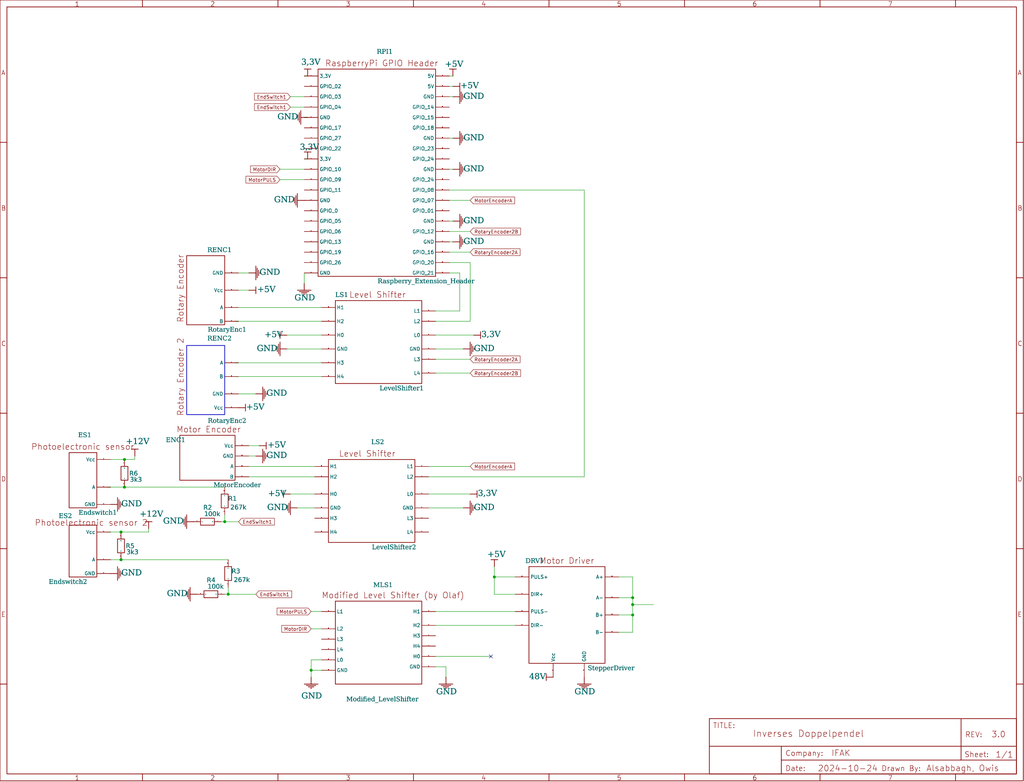
<source format=kicad_sch>
(kicad_sch (version 20231120) (generator "eeschema") (generator_version "8.0")
  (paper "User" 376.174 287.401)
  (lib_symbols
    (symbol "+12V" (power) (pin_numbers hide) (pin_names hide)
      (property "Value" "+12V" (at 0 3.81 0))
      (symbol "+12V_0_0"
        (polyline (pts (xy -1.27 -2.54) (xy 1.27 -2.54)) (stroke (width 0.254)))
        (polyline (pts (xy 0 0) (xy 0 -2.54)) (stroke (width 0.254)))
        (pin power_in line (at 0 0 270) (length 0) (name "+12V") (number "1"))
      )
    )
    (symbol "+5V" (power) (pin_numbers hide) (pin_names hide)
      (property "Value" "+5V" (at 0 3.81 0))
      (symbol "+5V_0_0"
        (polyline (pts (xy -1.27 -2.54) (xy 1.27 -2.54)) (stroke (width 0.254)))
        (polyline (pts (xy 0 0) (xy 0 -2.54)) (stroke (width 0.254)))
        (pin power_in line (at 0 0 270) (length 0) (name "+5V") (number "1"))
      )
    )
    (symbol "3,3V" (power) (pin_numbers hide) (pin_names hide)
      (property "Value" "3,3V" (at 0 3.81 0))
      (symbol "3,3V_0_0"
        (polyline (pts (xy -1.27 -2.54) (xy 1.27 -2.54)) (stroke (width 0.254)))
        (polyline (pts (xy 0 0) (xy 0 -2.54)) (stroke (width 0.254)))
        (pin power_in line (at 0 0 270) (length 0) (name "3,3V") (number "1"))
      )
    )
    (symbol "48V" (power) (pin_numbers hide) (pin_names hide)
      (property "Value" "48V" (at 0 3.81 0))
      (symbol "48V_0_0"
        (polyline (pts (xy -1.27 -2.54) (xy 1.27 -2.54)) (stroke (width 0.254)))
        (polyline (pts (xy 0 0) (xy 0 -2.54)) (stroke (width 0.254)))
        (pin power_in line (at 0 0 270) (length 0) (name "48V") (number "1"))
      )
    )
    (symbol "GND" (power) (pin_numbers hide) (pin_names hide)
      (property "Value" "GND" (at 0 6.35 0))
      (symbol "GND_0_0"
        (polyline (pts (xy -2.54 -2.54) (xy 2.54 -2.54)) (stroke (width 0.254)))
        (polyline (pts (xy -1.778 -3.048) (xy 1.778 -3.048)) (stroke (width 0.254)))
        (polyline (pts (xy -1.016 -3.556) (xy 1.016 -3.556)) (stroke (width 0.254)))
        (polyline (pts (xy -0.254 -4.064) (xy 0.254 -4.064)) (stroke (width 0.254)))
        (polyline (pts (xy 0 0) (xy 0 -2.54)) (stroke (width 0.254)))
        (pin power_in line (at 0 0 270) (length 0) (name "GND") (number "1"))
      )
    )
    (symbol "R_0603_EU"
      (property "Reference" "R1" (at 1.27 1.6891 0))
      (property "Value" "267k" (at 1.778 -1.4351 0))
      (symbol "R_0603_EU_0_0"
        (rectangle (start -1.27 2.54) (end 1.27 -2.54) (stroke (width 0.254)))
        (pin unspecified line (at 0 -5.08 90) (length 2.54) (name "1") (number "1"))
        (pin unspecified line (at 0 5.08 270) (length 2.54) (name "2") (number "2"))
      )
    )
    (symbol "R_0603_EU_1"
      (property "Reference" "R2" (at -1.4986 6.0325 0))
      (property "Value" "100k" (at -1.4986 3.7211 0))
      (symbol "R_0603_EU_1_0_0"
        (rectangle (start -2.54 1.27) (end 2.54 -1.27) (stroke (width 0.254)))
        (pin unspecified line (at -5.08 0 0) (length 2.54) (name "1") (number "1"))
        (pin unspecified line (at 5.08 0 180) (length 2.54) (name "2") (number "2"))
      )
    )
    (symbol "R_0603_EU_2"
      (property "Reference" "R5" (at 1.778 0.7747 0))
      (property "Value" "3k3" (at 1.778 -1.3843 0))
      (symbol "R_0603_EU_2_0_0"
        (rectangle (start -1.27 2.54) (end 1.27 -2.54) (stroke (width 0.254)))
        (pin unspecified line (at 0 -5.08 90) (length 2.54) (name "1") (number "1"))
        (pin unspecified line (at 0 5.08 270) (length 2.54) (name "2") (number "2"))
      )
    )
    (symbol "R_0603_EU_3"
      (property "Reference" "R6" (at 1.778 0.7747 0))
      (property "Value" "3k3" (at 1.778 -1.4097 0))
      (symbol "R_0603_EU_3_0_0"
        (rectangle (start -1.27 2.54) (end 1.27 -2.54) (stroke (width 0.254)))
        (pin unspecified line (at 0 -5.08 90) (length 2.54) (name "1") (number "1"))
        (pin unspecified line (at 0 5.08 270) (length 2.54) (name "2") (number "2"))
      )
    )
    (symbol "R_0603_EU_4"
      (property "Reference" "R3" (at 1.27 1.6891 0))
      (property "Value" "267k" (at 1.778 -1.4351 0))
      (symbol "R_0603_EU_4_0_0"
        (rectangle (start -1.27 2.54) (end 1.27 -2.54) (stroke (width 0.254)))
        (pin unspecified line (at 0 -5.08 90) (length 2.54) (name "1") (number "1"))
        (pin unspecified line (at 0 5.08 270) (length 2.54) (name "2") (number "2"))
      )
    )
    (symbol "R_0603_EU_5"
      (property "Reference" "R4" (at -1.4986 6.0325 0))
      (property "Value" "100k" (at -1.4986 3.7211 0))
      (symbol "R_0603_EU_5_0_0"
        (rectangle (start -2.54 1.27) (end 2.54 -1.27) (stroke (width 0.254)))
        (pin unspecified line (at -5.08 0 0) (length 2.54) (name "1") (number "1"))
        (pin unspecified line (at 5.08 0 180) (length 2.54) (name "2") (number "2"))
      )
    )
    (symbol "Unknown_1085_-590"
      (property "Reference" "LS2" (at 0.508 19.9771 0))
      (property "Value" "LevelShifter2" (at 0.508 -18.6309 0))
      (symbol "Unknown_1085_-590_0_0"
        (rectangle (start -15.24 12.7) (end 16.51 -17.78) (stroke (width 0.254)))
        (text "Level Shifter" (at -11.43 16.1417 0) (effects (font (size 2.1717 2.1717)) (justify left top)))
        (pin unspecified line (at 21.59 10.16 180) (length 5.08) (name "L1") (number "21"))
        (pin unspecified line (at 21.59 6.35 180) (length 5.08) (name "L2") (number "23"))
        (pin unspecified line (at 21.59 0 180) (length 5.08) (name "L0") (number "24"))
        (pin unspecified line (at 21.59 -5.08 180) (length 5.08) (name "GND") (number "25"))
        (pin unspecified line (at 21.59 -8.89 180) (length 5.08) (name "L3") (number "26"))
        (pin unspecified line (at 21.59 -13.97 180) (length 5.08) (name "L4") (number "27"))
        (pin unspecified line (at -20.32 10.16 0) (length 5.08) (name "H1") (number "28"))
        (pin unspecified line (at -20.32 6.35 0) (length 5.08) (name "H2") (number "29"))
        (pin unspecified line (at -20.32 0 0) (length 5.08) (name "H0") (number "30"))
        (pin unspecified line (at -20.32 -5.08 0) (length 5.08) (name "GND") (number "31"))
        (pin unspecified line (at -20.32 -8.89 0) (length 5.08) (name "H3") (number "32"))
        (pin unspecified line (at -20.32 -13.97 0) (length 5.08) (name "H4") (number "33"))
      )
    )
    (symbol "Unknown_1095_-1065"
      (property "Reference" "RPI" (at 0 42.8371 0))
      (property "Value" "Raspberry_Extension_Header" (at 0 -41.4909 0))
      (symbol "Unknown_1095_-1065_0_0"
        (rectangle (start -21.59 35.56) (end 21.59 -40.64) (stroke (width 0.254)))
        (text "RaspberryPi GPIO Header" (at -19.05 39.0017 0) (effects (font (size 2.1717 2.1717)) (justify left top)))
        (pin unspecified line (at -26.67 33.02 0) (length 5.08) (name "3,3V") (number "1"))
        (pin unspecified line (at -26.67 -1.27 0) (length 5.08) (name "GPIO_10") (number "10"))
        (pin unspecified line (at -26.67 -5.08 0) (length 5.08) (name "GPIO_09") (number "11"))
        (pin unspecified line (at -26.67 -8.89 0) (length 5.08) (name "GPIO_11") (number "12"))
        (pin unspecified line (at -26.67 -12.7 0) (length 5.08) (name "GND") (number "13"))
        (pin unspecified line (at -26.67 -16.51 0) (length 5.08) (name "GPIO_0") (number "14"))
        (pin unspecified line (at -26.67 -20.32 0) (length 5.08) (name "GPIO_05") (number "15"))
        (pin unspecified line (at -26.67 -24.13 0) (length 5.08) (name "GPIO_06") (number "16"))
        (pin unspecified line (at -26.67 -27.94 0) (length 5.08) (name "GPIO_13") (number "17"))
        (pin unspecified line (at -26.67 -31.75 0) (length 5.08) (name "GPIO_19") (number "18"))
        (pin unspecified line (at -26.67 -35.56 0) (length 5.08) (name "GPIO_26") (number "19"))
        (pin unspecified line (at -26.67 29.21 0) (length 5.08) (name "GPIO_02") (number "2"))
        (pin unspecified line (at -26.67 -39.37 0) (length 5.08) (name "GND") (number "20"))
        (pin unspecified line (at 26.67 29.21 180) (length 5.08) (name "5V") (number "23"))
        (pin unspecified line (at 26.67 33.02 180) (length 5.08) (name "5V") (number "23"))
        (pin unspecified line (at 26.67 -1.27 180) (length 5.08) (name "GND") (number "23"))
        (pin unspecified line (at 26.67 25.4 180) (length 5.08) (name "GND") (number "23"))
        (pin unspecified line (at 26.67 21.59 180) (length 5.08) (name "GPIO_14") (number "24"))
        (pin unspecified line (at 26.67 17.78 180) (length 5.08) (name "GPIO_15") (number "25"))
        (pin unspecified line (at 26.67 13.97 180) (length 5.08) (name "GPIO_18") (number "26"))
        (pin unspecified line (at 26.67 10.16 180) (length 5.08) (name "GND") (number "27"))
        (pin unspecified line (at 26.67 6.35 180) (length 5.08) (name "GPIO_23") (number "28"))
        (pin unspecified line (at 26.67 -12.7 180) (length 5.08) (name "GPIO_07") (number "29"))
        (pin unspecified line (at 26.67 -8.89 180) (length 5.08) (name "GPIO_08") (number "29"))
        (pin unspecified line (at 26.67 -5.08 180) (length 5.08) (name "GPIO_24") (number "29"))
        (pin unspecified line (at 26.67 2.54 180) (length 5.08) (name "GPIO_24") (number "29"))
        (pin unspecified line (at -26.67 25.4 0) (length 5.08) (name "GPIO_03") (number "3"))
        (pin unspecified line (at 26.67 -16.51 180) (length 5.08) (name "GPIO_01") (number "34"))
        (pin unspecified line (at 26.67 -20.32 180) (length 5.08) (name "GND") (number "35"))
        (pin unspecified line (at 26.67 -24.13 180) (length 5.08) (name "GPIO_12") (number "36"))
        (pin unspecified line (at 26.67 -27.94 180) (length 5.08) (name "GND") (number "37"))
        (pin unspecified line (at 26.67 -31.75 180) (length 5.08) (name "GPIO_16") (number "38"))
        (pin unspecified line (at 26.67 -35.56 180) (length 5.08) (name "GPIO_20") (number "39"))
        (pin unspecified line (at -26.67 21.59 0) (length 5.08) (name "GPIO_04") (number "4"))
        (pin unspecified line (at 26.67 -39.37 180) (length 5.08) (name "GPIO_21") (number "40"))
        (pin unspecified line (at -26.67 17.78 0) (length 5.08) (name "GND") (number "5"))
        (pin unspecified line (at -26.67 13.97 0) (length 5.08) (name "GPIO_17") (number "6"))
        (pin unspecified line (at -26.67 10.16 0) (length 5.08) (name "GPIO_27") (number "7"))
        (pin unspecified line (at -26.67 6.35 0) (length 5.08) (name "GPIO_22") (number "8"))
        (pin unspecified line (at -26.67 2.54 0) (length 5.08) (name "3,3V") (number "9"))
      )
    )
    (symbol "Unknown_1100_-820"
      (property "Reference" "LS1" (at -16.51 15.6591 0))
      (property "Value" "LevelShifter1" (at -0.508 -18.6309 0))
      (symbol "Unknown_1100_-820_0_0"
        (rectangle (start -16.51 12.7) (end 15.24 -17.78) (stroke (width 0.254)))
        (text "Level Shifter" (at -11.43 16.1417 0) (effects (font (size 2.1717 2.1717)) (justify left top)))
        (pin unspecified line (at 20.32 0 180) (length 5.08) (name "L0") (number "24"))
        (pin unspecified line (at 20.32 -5.08 180) (length 5.08) (name "GND") (number "25"))
        (pin unspecified line (at 20.32 8.89 180) (length 5.08) (name "L1") (number "26"))
        (pin unspecified line (at 20.32 5.08 180) (length 5.08) (name "L2") (number "26"))
        (pin unspecified line (at 20.32 -8.89 180) (length 5.08) (name "L3") (number "26"))
        (pin unspecified line (at 20.32 -13.97 180) (length 5.08) (name "L4") (number "27"))
        (pin unspecified line (at -21.59 10.16 0) (length 5.08) (name "H1") (number "28"))
        (pin unspecified line (at -21.59 5.08 0) (length 5.08) (name "H2") (number "29"))
        (pin unspecified line (at -21.59 0 0) (length 5.08) (name "H0") (number "30"))
        (pin unspecified line (at -21.59 -5.08 0) (length 5.08) (name "GND") (number "31"))
        (pin unspecified line (at -21.59 -10.16 0) (length 5.08) (name "H3") (number "32"))
        (pin unspecified line (at -21.59 -15.24 0) (length 5.08) (name "H4") (number "33"))
      )
    )
    (symbol "Unknown_1110_-385"
      (property "Reference" "MLS" (at -5.08 19.4691 0))
      (property "Value" "Modified_LevelShifter" (at -15.24 -22.4409 0))
      (symbol "Unknown_1110_-385_0_0"
        (rectangle (start -19.05 12.7) (end 12.7 -17.78) (stroke (width 0.254)))
        (text "Modified Level Shifter (by Olaf)" (at -24.13 16.1417 0) (effects (font (size 2.1717 2.1717)) (justify left top)))
        (pin unspecified line (at 17.78 -7.62 180) (length 5.08) (name "H0") (number "24"))
        (pin unspecified line (at 17.78 -11.43 180) (length 5.08) (name "GND") (number "35"))
        (pin unspecified line (at 17.78 8.89 180) (length 5.08) (name "H1") (number "42"))
        (pin unspecified line (at 17.78 3.81 180) (length 5.08) (name "H2") (number "43"))
        (pin unspecified line (at 17.78 0 180) (length 5.08) (name "H3") (number "44"))
        (pin unspecified line (at 17.78 -3.81 180) (length 5.08) (name "H4") (number "45"))
        (pin unspecified line (at -24.13 8.89 0) (length 5.08) (name "L1") (number "51"))
        (pin unspecified line (at -24.13 2.54 0) (length 5.08) (name "L2") (number "52"))
        (pin unspecified line (at -24.13 -1.27 0) (length 5.08) (name "L3") (number "53"))
        (pin unspecified line (at -24.13 -8.89 0) (length 5.08) (name "L0") (number "54"))
        (pin unspecified line (at -24.13 -5.08 0) (length 5.08) (name "L4") (number "54"))
        (pin unspecified line (at -24.13 -12.7 0) (length 5.08) (name "GND") (number "55"))
      )
    )
    (symbol "Unknown_1370_-415"
      (property "Reference" "DRV" (at -15.24 20.7391 0))
      (property "Value" "StepperDriver" (at 7.62 -18.6309 0))
      (symbol "Unknown_1370_-415_0_0"
        (rectangle (start -13.97 17.78) (end 13.97 -17.78) (stroke (width 0.254)))
        (text "Motor Driver" (at -10.16 21.2217 0) (effects (font (size 2.1717 2.1717)) (justify left top)))
        (pin unspecified line (at -19.05 13.97 0) (length 5.08) (name "PULS+") (number "46"))
        (pin unspecified line (at -19.05 1.27 0) (length 5.08) (name "PULS-") (number "46"))
        (pin unspecified line (at -19.05 7.62 0) (length 5.08) (name "DIR+") (number "47"))
        (pin unspecified line (at -19.05 -3.81 0) (length 5.08) (name "DIR-") (number "47"))
        (pin unspecified line (at 19.05 13.97 180) (length 5.08) (name "A+") (number "58"))
        (pin unspecified line (at 19.05 6.35 180) (length 5.08) (name "A-") (number "59"))
        (pin unspecified line (at 19.05 0 180) (length 5.08) (name "B+") (number "60"))
        (pin unspecified line (at 19.05 -6.35 180) (length 5.08) (name "B-") (number "61"))
        (pin unspecified line (at -5.08 -22.86 90) (length 5.08) (name "Vcc") (number "62"))
        (pin unspecified line (at 6.35 -22.86 90) (length 5.08) (name "GND") (number "63"))
      )
    )
    (symbol "Unknown_550_-1305"
      (symbol "Unknown_550_-1305_0_0"
        (polyline (pts (xy 2.54 -251.46) (xy 0 -251.46)) (stroke (width 0.254)))
        (polyline (pts (xy 2.54 -201.676) (xy 0 -201.676)) (stroke (width 0.254)))
        (polyline (pts (xy 2.54 -151.892) (xy 0 -151.892)) (stroke (width 0.254)))
        (polyline (pts (xy 2.54 -102.108) (xy 0 -102.108)) (stroke (width 0.254)))
        (polyline (pts (xy 2.54 -52.324) (xy 0 -52.324)) (stroke (width 0.254)))
        (polyline (pts (xy 52.324 -284.48) (xy 52.324 -287.02)) (stroke (width 0.254)))
        (polyline (pts (xy 52.324 -2.54) (xy 52.324 0)) (stroke (width 0.254)))
        (polyline (pts (xy 102.108 -284.48) (xy 102.108 -287.02)) (stroke (width 0.254)))
        (polyline (pts (xy 102.108 -2.54) (xy 102.108 0)) (stroke (width 0.254)))
        (polyline (pts (xy 151.892 -284.48) (xy 151.892 -287.02)) (stroke (width 0.254)))
        (polyline (pts (xy 151.892 -2.54) (xy 151.892 0)) (stroke (width 0.254)))
        (polyline (pts (xy 201.676 -284.48) (xy 201.676 -287.02)) (stroke (width 0.254)))
        (polyline (pts (xy 201.676 -2.54) (xy 201.676 0)) (stroke (width 0.254)))
        (polyline (pts (xy 251.46 -284.48) (xy 251.46 -287.02)) (stroke (width 0.254)))
        (polyline (pts (xy 251.46 -2.54) (xy 251.46 0)) (stroke (width 0.254)))
        (polyline (pts (xy 260.604 -274.32) (xy 373.126 -274.32)) (stroke (width 0.254)))
        (polyline (pts (xy 287.02 -279.4) (xy 373.126 -279.4)) (stroke (width 0.254)))
        (polyline (pts (xy 287.02 -274.32) (xy 287.02 -284.48)) (stroke (width 0.254)))
        (polyline (pts (xy 301.244 -284.48) (xy 301.244 -287.02)) (stroke (width 0.254)))
        (polyline (pts (xy 301.244 -2.54) (xy 301.244 0)) (stroke (width 0.254)))
        (polyline (pts (xy 351.028 -284.48) (xy 351.028 -287.02)) (stroke (width 0.254)))
        (polyline (pts (xy 351.028 -2.54) (xy 351.028 0)) (stroke (width 0.254)))
        (polyline (pts (xy 353.06 -274.32) (xy 353.06 -279.4)) (stroke (width 0.254)))
        (polyline (pts (xy 353.06 -264.414) (xy 353.06 -274.32)) (stroke (width 0.254)))
        (polyline (pts (xy 373.38 -251.46) (xy 375.92 -251.46)) (stroke (width 0.254)))
        (polyline (pts (xy 373.38 -201.676) (xy 375.92 -201.676)) (stroke (width 0.254)))
        (polyline (pts (xy 373.38 -151.892) (xy 375.92 -151.892)) (stroke (width 0.254)))
        (polyline (pts (xy 373.38 -102.108) (xy 375.92 -102.108)) (stroke (width 0.254)))
        (polyline (pts (xy 373.38 -52.324) (xy 375.92 -52.324)) (stroke (width 0.254)))
        (rectangle (start 0 0) (end 375.92 -287.02) (stroke (width 0.254)))
        (rectangle (start 2.54 -2.54) (end 373.38 -284.48) (stroke (width 0.254)))
        (rectangle (start 260.5786 -264.16) (end 373.3546 -284.48) (stroke (width 0.254)))
        (text "1" (at 27.432 -284.9499 0) (effects (font (size 1.6891 1.6891)) (justify left top)))
        (text "1" (at 27.432 -0.4699 0) (effects (font (size 1.6891 1.6891)) (justify left top)))
        (text "1/1" (at 365.6584 -276.0599 0) (effects (font (size 2.1717 2.1717)) (justify left top)))
        (text "2" (at 77.216 -284.9499 0) (effects (font (size 1.6891 1.6891)) (justify left top)))
        (text "2" (at 77.216 -0.4699 0) (effects (font (size 1.6891 1.6891)) (justify left top)))
        (text "2024-10-24" (at 300.3804 -281.1399 0) (effects (font (size 2.1717 2.1717)) (justify left top)))
        (text "3" (at 127 -284.9499 0) (effects (font (size 1.6891 1.6891)) (justify left top)))
        (text "3" (at 127 -0.4699 0) (effects (font (size 1.6891 1.6891)) (justify left top)))
        (text "3.0" (at 364.1344 -268.6431 0) (effects (font (size 2.1717 2.1717)) (justify left top)))
        (text "4" (at 176.784 -284.9499 0) (effects (font (size 1.6891 1.6891)) (justify left top)))
        (text "4" (at 176.784 -0.4699 0) (effects (font (size 1.6891 1.6891)) (justify left top)))
        (text "5" (at 226.568 -284.9499 0) (effects (font (size 1.6891 1.6891)) (justify left top)))
        (text "5" (at 226.568 -0.4699 0) (effects (font (size 1.6891 1.6891)) (justify left top)))
        (text "6" (at 276.352 -284.9499 0) (effects (font (size 1.6891 1.6891)) (justify left top)))
        (text "6" (at 276.352 -0.4699 0) (effects (font (size 1.6891 1.6891)) (justify left top)))
        (text "7" (at 326.136 -284.9499 0) (effects (font (size 1.6891 1.6891)) (justify left top)))
        (text "7" (at 326.136 -0.4699 0) (effects (font (size 1.6891 1.6891)) (justify left top)))
        (text "A" (at 0.381 -25.7429 0) (effects (font (size 1.6891 1.6891)) (justify left top)))
        (text "A" (at 373.761 -25.7429 0) (effects (font (size 1.6891 1.6891)) (justify left top)))
        (text "Alsabbagh, Owis" (at 340.2584 -281.0891 0) (effects (font (size 2.1717 2.1717)) (justify left top)))
        (text "B" (at 0.381 -75.5269 0) (effects (font (size 1.6891 1.6891)) (justify left top)))
        (text "B" (at 373.761 -75.5269 0) (effects (font (size 1.6891 1.6891)) (justify left top)))
        (text "C" (at 0.381 -125.3109 0) (effects (font (size 1.6891 1.6891)) (justify left top)))
        (text "C" (at 373.761 -125.3109 0) (effects (font (size 1.6891 1.6891)) (justify left top)))
        (text "Company:" (at 288.4424 -275.7424 0) (effects (font (size 1.9304 1.9304)) (justify left top)))
        (text "D" (at 0.381 -175.0949 0) (effects (font (size 1.6891 1.6891)) (justify left top)))
        (text "D" (at 373.761 -175.0949 0) (effects (font (size 1.6891 1.6891)) (justify left top)))
        (text "Date:" (at 288.4424 -281.2796 0) (effects (font (size 1.9304 1.9304)) (justify left top)))
        (text "Drawn By:" (at 323.7484 -281.3304 0) (effects (font (size 1.9304 1.9304)) (justify left top)))
        (text "E" (at 0.381 -224.8789 0) (effects (font (size 1.6891 1.6891)) (justify left top)))
        (text "E" (at 373.761 -224.8789 0) (effects (font (size 1.6891 1.6891)) (justify left top)))
        (text "IFAK" (at 305.3588 -275.5265 0) (effects (font (size 2.1717 2.1717)) (justify left top)))
        (text "Inverses Doppelpendel" (at 276.5044 -268.224 0) (effects (font (size 2.413 2.413)) (justify left top)))
        (text "REV:" (at 354.4824 -268.8844 0) (effects (font (size 1.9304 1.9304)) (justify left top)))
        (text "Sheet:" (at 354.2284 -276.1996 0) (effects (font (size 1.9304 1.9304)) (justify left top)))
        (text "TITLE:" (at 261.8486 -265.5316 0) (effects (font (size 1.9304 1.9304)) (justify left top)))
      )
    )
    (symbol "Unknown_665_-620"
      (property "Reference" "ES1" (at -0.508 14.8971 0))
      (property "Value" "Endswitch1" (at -0.508 -13.5509 0))
      (symbol "Unknown_665_-620_0_0"
        (rectangle (start -3.81 7.62) (end 6.35 -12.7) (stroke (width 0.254)))
        (text "Photoelectronic sensor" (at -17.78 11.0617 0) (effects (font (size 2.1717 2.1717)) (justify left top)))
        (pin unspecified line (at 11.43 5.08 180) (length 5.08) (name "Vcc") (number "65"))
        (pin unspecified line (at 11.43 -5.08 180) (length 5.08) (name "A") (number "66"))
        (pin unspecified line (at 11.43 -11.43 180) (length 5.08) (name "GND") (number "67"))
      )
    )
    (symbol "Unknown_675_-515"
      (property "Reference" "ES2" (at -10.16 11.8491 0))
      (property "Value" "Endswitch2" (at -13.97 -12.2809 0))
      (symbol "Unknown_675_-515_0_0"
        (rectangle (start -6.35 7.62) (end 3.81 -11.43) (stroke (width 0.254)))
        (text "Photoelectronic sensor 2" (at -19.05 9.7917 0) (effects (font (size 2.1717 2.1717)) (justify left top)))
        (pin unspecified line (at 8.89 5.08 180) (length 5.08) (name "Vcc") (number "65"))
        (pin unspecified line (at 8.89 -5.08 180) (length 5.08) (name "A") (number "66"))
        (pin unspecified line (at 8.89 -10.16 180) (length 5.08) (name "GND") (number "67"))
      )
    )
    (symbol "Unknown_850_-755"
      (property "Reference" "RENC2" (at 0 16.1671 0))
      (property "Value" "RotaryEnc2" (at 0 -14.0589 0))
      (symbol "Unknown_850_-755_0_0"
        (text "Rotary Encoder 2" (at -11.1379 -13.2334 900) (effects (font (size 2.1717 2.1717)) (justify left top)))
        (pin unspecified line (at 11.43 -10.16 180) (length 5.08) (name "Vcc") (number "34"))
        (pin unspecified line (at 11.43 -5.08 180) (length 5.08) (name "GND") (number "35"))
        (pin unspecified line (at 11.43 1.27 180) (length 5.08) (name "B") (number "36"))
        (pin unspecified line (at 11.43 6.35 180) (length 5.08) (name "A") (number "37"))
      )
    )
    (symbol "Unknown_850_-885"
      (property "Reference" "RENC" (at 0 15.6591 0))
      (property "Value" "RotaryEnc1" (at 0 -13.5509 0))
      (symbol "Unknown_850_-885_0_0"
        (rectangle (start -7.62 12.7) (end 6.35 -12.7) (stroke (width 0.254)))
        (text "Rotary Encoder" (at -11.1379 -11.8872 900) (effects (font (size 2.1717 2.1717)) (justify left top)))
        (pin unspecified line (at 11.43 0 180) (length 5.08) (name "Vcc") (number "34"))
        (pin unspecified line (at 11.43 6.35 180) (length 5.08) (name "GND") (number "35"))
        (pin unspecified line (at 11.43 -11.43 180) (length 5.08) (name "B") (number "36"))
        (pin unspecified line (at 11.43 -6.35 180) (length 5.08) (name "A") (number "37"))
      )
    )
    (symbol "Unknown_860_-650"
      (property "Reference" "ENC" (at -17.78 5.4991 0))
      (property "Value" "MotorEncoder" (at -0.254 -11.0109 0))
      (symbol "Unknown_860_-650_0_0"
        (rectangle (start -12.7 6.35) (end 7.62 -10.16) (stroke (width 0.254)))
        (text "Motor Encoder" (at -13.97 9.7917 0) (effects (font (size 2.1717 2.1717)) (justify left top)))
        (pin unspecified line (at 12.7 2.54 180) (length 5.08) (name "Vcc") (number "38"))
        (pin unspecified line (at 12.7 -1.27 180) (length 5.08) (name "GND") (number "39"))
        (pin unspecified line (at 12.7 -5.08 180) (length 5.08) (name "A") (number "40"))
        (pin unspecified line (at 12.7 -8.89 180) (length 5.08) (name "B") (number "41"))
      )
    )
  )
  (junction (at 45.72 179.07))
  (junction (at 83.82 218.44))
  (junction (at 181.61 212.09))
  (junction (at 44.45 205.74))
  (junction (at 114.3 246.38))
  (junction (at 44.45 195.58))
  (junction (at 232.41 222.25))
  (junction (at 232.41 226.06))
  (junction (at 82.55 191.77))
  (junction (at 232.41 219.71))
  (junction (at 45.72 168.91))
  (no_connect (at 180.34 241.3))
  (wire (pts (xy 49.53 168.91) (xy 45.72 168.91)))
  (wire (pts (xy 83.82 215.9) (xy 83.82 218.44)))
  (wire (pts (xy 54.61 195.58) (xy 44.45 195.58)))
  (wire (pts (xy 45.72 179.07) (xy 82.55 179.07)))
  (wire (pts (xy 189.23 212.09) (xy 181.61 212.09)))
  (wire (pts (xy 227.33 226.06) (xy 232.41 226.06)))
  (wire (pts (xy 181.61 212.09) (xy 181.61 208.28)))
  (wire (pts (xy 109.22 186.69) (xy 115.57 186.69)))
  (wire (pts (xy 91.44 163.83) (xy 95.25 163.83)))
  (wire (pts (xy 114.3 248.92) (xy 114.3 246.38)))
  (wire (pts (xy 168.91 100.33) (xy 165.1 100.33)))
  (wire (pts (xy 111.76 27.94) (xy 113.03 27.94)))
  (wire (pts (xy 160.02 132.08) (xy 172.72 132.08)))
  (wire (pts (xy 49.53 167.64) (xy 49.53 168.91)))
  (wire (pts (xy 157.48 171.45) (xy 172.72 171.45)))
  (wire (pts (xy 54.61 194.31) (xy 54.61 195.58)))
  (wire (pts (xy 114.3 242.57) (xy 114.3 246.38)))
  (wire (pts (xy 165.1 27.94) (xy 166.37 27.94)))
  (wire (pts (xy 163.83 245.11) (xy 160.02 245.11)))
  (wire (pts (xy 172.72 118.11) (xy 172.72 96.52)))
  (wire (pts (xy 232.41 219.71) (xy 232.41 222.25)))
  (wire (pts (xy 44.45 205.74) (xy 83.82 205.74)))
  (wire (pts (xy 91.44 167.64) (xy 93.98 167.64)))
  (wire (pts (xy 172.72 92.71) (xy 165.1 92.71)))
  (wire (pts (xy 118.11 242.57) (xy 114.3 242.57)))
  (wire (pts (xy 168.91 114.3) (xy 168.91 100.33)))
  (wire (pts (xy 163.83 248.92) (xy 163.83 245.11)))
  (wire (pts (xy 172.72 181.61) (xy 157.48 181.61)))
  (wire (pts (xy 102.87 66.04) (xy 111.76 66.04)))
  (wire (pts (xy 232.41 212.09) (xy 232.41 219.71)))
  (wire (pts (xy 160.02 118.11) (xy 172.72 118.11)))
  (wire (pts (xy 118.11 118.11) (xy 86.36 118.11)))
  (wire (pts (xy 165.1 35.56) (xy 166.37 35.56)))
  (wire (pts (xy 115.57 181.61) (xy 106.68 181.61)))
  (wire (pts (xy 114.3 246.38) (xy 120.65 246.38)))
  (wire (pts (xy 227.33 212.09) (xy 232.41 212.09)))
  (wire (pts (xy 91.44 171.45) (xy 115.57 171.45)))
  (wire (pts (xy 102.87 62.23) (xy 111.76 62.23)))
  (wire (pts (xy 118.11 133.35) (xy 86.36 133.35)))
  (wire (pts (xy 165.1 31.75) (xy 166.37 31.75)))
  (wire (pts (xy 111.76 43.18) (xy 113.03 43.18)))
  (wire (pts (xy 165.1 62.23) (xy 166.37 62.23)))
  (wire (pts (xy 105.41 128.27) (xy 118.11 128.27)))
  (wire (pts (xy 106.68 35.56) (xy 111.76 35.56)))
  (wire (pts (xy 87.63 100.33) (xy 91.44 100.33)))
  (wire (pts (xy 165.1 81.28) (xy 166.37 81.28)))
  (wire (pts (xy 87.63 106.68) (xy 91.44 106.68)))
  (wire (pts (xy 165.1 69.85) (xy 214.63 69.85)))
  (wire (pts (xy 172.72 96.52) (xy 165.1 96.52)))
  (wire (pts (xy 227.33 232.41) (xy 232.41 232.41)))
  (wire (pts (xy 240.03 222.25) (xy 232.41 222.25)))
  (wire (pts (xy 214.63 175.26) (xy 157.48 175.26)))
  (wire (pts (xy 40.64 205.74) (xy 44.45 205.74)))
  (wire (pts (xy 87.63 191.77) (xy 82.55 191.77)))
  (wire (pts (xy 160.02 114.3) (xy 168.91 114.3)))
  (wire (pts (xy 165.1 50.8) (xy 166.37 50.8)))
  (wire (pts (xy 82.55 191.77) (xy 81.28 191.77)))
  (wire (pts (xy 45.72 168.91) (xy 39.37 168.91)))
  (wire (pts (xy 106.68 39.37) (xy 111.76 39.37)))
  (wire (pts (xy 44.45 195.58) (xy 39.37 195.58)))
  (wire (pts (xy 86.36 113.03) (xy 118.11 113.03)))
  (wire (pts (xy 160.02 128.27) (xy 170.18 128.27)))
  (wire (pts (xy 83.82 218.44) (xy 82.55 218.44)))
  (wire (pts (xy 232.41 226.06) (xy 232.41 232.41)))
  (wire (pts (xy 82.55 189.23) (xy 82.55 191.77)))
  (wire (pts (xy 157.48 186.69) (xy 170.18 186.69)))
  (wire (pts (xy 189.23 229.87) (xy 160.02 229.87)))
  (wire (pts (xy 181.61 218.44) (xy 181.61 212.09)))
  (wire (pts (xy 214.63 69.85) (xy 214.63 175.26)))
  (wire (pts (xy 165.1 88.9) (xy 166.37 88.9)))
  (wire (pts (xy 172.72 73.66) (xy 165.1 73.66)))
  (wire (pts (xy 160.02 123.19) (xy 173.99 123.19)))
  (wire (pts (xy 114.3 231.14) (xy 118.11 231.14)))
  (wire (pts (xy 227.33 219.71) (xy 232.41 219.71)))
  (wire (pts (xy 111.76 100.33) (xy 111.76 104.14)))
  (wire (pts (xy 91.44 175.26) (xy 115.57 175.26)))
  (wire (pts (xy 87.63 144.78) (xy 93.98 144.78)))
  (wire (pts (xy 180.34 241.3) (xy 160.02 241.3)))
  (wire (pts (xy 172.72 137.16) (xy 160.02 137.16)))
  (wire (pts (xy 111.76 58.42) (xy 113.03 58.42)))
  (wire (pts (xy 118.11 224.79) (xy 114.3 224.79)))
  (wire (pts (xy 189.23 224.79) (xy 160.02 224.79)))
  (wire (pts (xy 39.37 179.07) (xy 45.72 179.07)))
  (wire (pts (xy 105.41 123.19) (xy 118.11 123.19)))
  (wire (pts (xy 165.1 85.09) (xy 172.72 85.09)))
  (wire (pts (xy 93.98 218.44) (xy 83.82 218.44)))
  (wire (pts (xy 86.36 138.43) (xy 118.11 138.43)))
  (wire (pts (xy 189.23 218.44) (xy 181.61 218.44)))
  (wire (pts (xy 232.41 222.25) (xy 232.41 226.06)))
  (rectangle (start 68.58 127) (end 82.55 152.4) (stroke (width 0.254)))
  (global_label "MotorPULS" (shape input) (at 102.87 66.04 180) (property "Intersheetrefs" "${INTERSHEET_REFS}" (effects (hide yes))))
  (global_label "RotaryEncoder2A" (shape input) (at 172.72 132.08 0) (property "Intersheetrefs" "${INTERSHEET_REFS}" (effects (hide yes))))
  (global_label "EndSwitch1" (shape input) (at 93.98 218.44 0) (property "Intersheetrefs" "${INTERSHEET_REFS}" (effects (hide yes))))
  (global_label "RotaryEncoder2B" (shape input) (at 172.72 137.16 0) (property "Intersheetrefs" "${INTERSHEET_REFS}" (effects (hide yes))))
  (global_label "RotaryEncoder2A" (shape input) (at 172.72 92.71 0) (property "Intersheetrefs" "${INTERSHEET_REFS}" (effects (hide yes))))
  (global_label "MotorEncoderA" (shape input) (at 172.72 171.45 0) (property "Intersheetrefs" "${INTERSHEET_REFS}" (effects (hide yes))))
  (global_label "EndSwitch1" (shape input) (at 87.63 191.77 0) (property "Intersheetrefs" "${INTERSHEET_REFS}" (effects (hide yes))))
  (global_label "EndSwitch1" (shape input) (at 106.68 39.37 180) (property "Intersheetrefs" "${INTERSHEET_REFS}" (effects (hide yes))))
  (global_label "MotorEncoderA" (shape input) (at 172.72 73.66 0) (property "Intersheetrefs" "${INTERSHEET_REFS}" (effects (hide yes))))
  (global_label "MotorDIR" (shape input) (at 114.3 231.14 180) (property "Intersheetrefs" "${INTERSHEET_REFS}" (effects (hide yes))))
  (global_label "MotorDIR" (shape input) (at 102.87 62.23 180) (property "Intersheetrefs" "${INTERSHEET_REFS}" (effects (hide yes))))
  (global_label "MotorPULS" (shape input) (at 114.3 224.79 180) (property "Intersheetrefs" "${INTERSHEET_REFS}" (effects (hide yes))))
  (global_label "RotaryEncoder2B" (shape input) (at 172.72 85.09 0) (property "Intersheetrefs" "${INTERSHEET_REFS}" (effects (hide yes))))
  (global_label "EndSwitch1" (shape input) (at 106.68 35.56 180) (property "Intersheetrefs" "${INTERSHEET_REFS}" (effects (hide yes))))
  (symbol (lib_id "3,3V") (at 113.03 58.42 0) (mirror x) (unit 0)
    (property "Reference" "#PWR0112" (effects (hide yes)))
    (property "Value" "3,3V" (at 109.982 55.372 0) (effects (font (size 2.1717 2.1717)) (justify left top)))
    (property "Description" "Power symbol creates a global label with name '3,3V'" (effects (hide yes)))
  )
  (symbol (lib_id "GND") (at 71.12 191.77 270) (unit 0)
    (property "Reference" "#PWR0126" (effects (hide yes)))
    (property "Value" "GND" (at 60.198 192.8114 -270) (effects (font (size 2.1717 2.1717)) (justify left bottom)))
    (property "Description" "Power symbol creates a global label with name 'GND'" (effects (hide yes)))
  )
  (symbol (lib_id "GND") (at 93.98 167.64 90) (unit 0)
    (property "Reference" "#PWR0117" (effects (hide yes)))
    (property "Value" "GND" (at 98.171 168.656 -90) (effects (font (size 2.1717 2.1717)) (justify left bottom)))
    (property "Description" "Power symbol creates a global label with name 'GND'" (effects (hide yes)))
  )
  (symbol (lib_id "GND") (at 166.37 88.9 90) (unit 0)
    (property "Reference" "#PWR0102" (effects (hide yes)))
    (property "Value" "GND" (at 170.561 89.9922 -90) (effects (font (size 2.1717 2.1717)) (justify left bottom)))
    (property "Description" "Power symbol creates a global label with name 'GND'" (effects (hide yes)))
  )
  (symbol (lib_id "GND") (at 170.18 186.69 90) (unit 0)
    (property "Reference" "#PWR0114" (effects (hide yes)))
    (property "Value" "GND" (at 174.371 187.7822 -90) (effects (font (size 2.1717 2.1717)) (justify left bottom)))
    (property "Description" "Power symbol creates a global label with name 'GND'" (effects (hide yes)))
  )
  (symbol (lib_id "GND") (at 109.22 186.69 270) (unit 0)
    (property "Reference" "#PWR0115" (effects (hide yes)))
    (property "Value" "GND" (at 98.425 187.7822 -270) (effects (font (size 2.1717 2.1717)) (justify left bottom)))
    (property "Description" "Power symbol creates a global label with name 'GND'" (effects (hide yes)))
  )
  (symbol (lib_id "GND") (at 72.39 218.44 270) (unit 0)
    (property "Reference" "#PWR0124" (effects (hide yes)))
    (property "Value" "GND" (at 61.595 219.456 -270) (effects (font (size 2.1717 2.1717)) (justify left bottom)))
    (property "Description" "Power symbol creates a global label with name 'GND'" (effects (hide yes)))
  )
  (symbol (lib_id "GND") (at 113.03 43.18 270) (unit 0)
    (property "Reference" "#PWR0101" (effects (hide yes)))
    (property "Value" "GND" (at 102.1842 44.196 -270) (effects (font (size 2.1717 2.1717)) (justify left bottom)))
    (property "Description" "Power symbol creates a global label with name 'GND'" (effects (hide yes)))
  )
  (symbol (lib_id "+5V") (at 91.44 106.68 90) (mirror x) (unit 0)
    (property "Reference" "#PWR0107" (effects (hide yes)))
    (property "Value" "+5V" (at 94.361 107.696 -270) (effects (font (size 2.1717 2.1717)) (justify right bottom)))
    (property "Description" "Power symbol creates a global label with name '+5V'" (effects (hide yes)))
  )
  (symbol (lib_id "Unknown_675_-515") (at 31.75 200.66 0) (unit 0)
    (property "Reference" "ES2" (at 21.59 188.8109 0) (effects (font (size 1.6891 1.6891)) (justify left top)))
    (property "Value" "Endswitch2" (at 17.78 212.9409 0) (effects (font (size 1.6891 1.6891)) (justify left top)))
  )
  (symbol (lib_id "Unknown_1110_-385") (at 142.24 233.68 0) (unit 0)
    (property "Reference" "MLS1" (at 137.16 214.2109 0) (effects (font (size 1.6891 1.6891)) (justify left top)))
    (property "Value" "Modified_LevelShifter" (at 127 256.1209 0) (effects (font (size 1.6891 1.6891)) (justify left top)))
  )
  (symbol (lib_id "Unknown_550_-1305") (at 0 0 0) (unit 0)
    (property "Reference" "A1" (effects (hide yes)))
    (property "Value" "A" (effects (hide yes)))
    (property "Manufacturer Part" "?" (effects (hide yes)))
  )
  (symbol (lib_id "+5V") (at 166.37 31.75 90) (mirror x) (unit 0)
    (property "Reference" "#PWR0110" (effects (hide yes)))
    (property "Value" "+5V" (at 169.037 32.766 -270) (effects (font (size 2.1717 2.1717)) (justify right bottom)))
    (property "Description" "Power symbol creates a global label with name '+5V'" (effects (hide yes)))
  )
  (symbol (lib_id "R_0603_EU_1") (at 76.2 191.77 0) (unit 0)
    (property "Reference" "R2" (at 74.7014 185.7375 0) (effects (font (size 1.6891 1.6891)) (justify left top)))
    (property "Value" "100k" (at 74.7014 188.0489 0) (effects (font (size 1.6891 1.6891)) (justify left top)))
  )
  (symbol (lib_id "R_0603_EU") (at 82.55 184.15 0) (unit 0)
    (property "Reference" "R1" (at 83.82 182.4609 0) (effects (font (size 1.6891 1.6891)) (justify left top)))
    (property "Value" "267k" (at 84.328 185.5851 0) (effects (font (size 1.6891 1.6891)) (justify left top)))
  )
  (symbol (lib_id "+5V") (at 105.41 123.19 270) (mirror x) (unit 0)
    (property "Reference" "#PWR0122" (effects (hide yes)))
    (property "Value" "+5V" (at 97.0534 124.2822 -90) (effects (font (size 2.1717 2.1717)) (justify right bottom)))
    (property "Description" "Power symbol creates a global label with name '+5V'" (effects (hide yes)))
  )
  (symbol (lib_id "Unknown_860_-650") (at 78.74 166.37 0) (unit 0)
    (property "Reference" "ENC1" (at 60.96 160.8709 0) (effects (font (size 1.6891 1.6891)) (justify left top)))
    (property "Value" "MotorEncoder" (at 78.486 177.3809 0) (effects (font (size 1.6891 1.6891)) (justify left top)))
  )
  (symbol (lib_id "GND") (at 111.76 104.14 0) (unit 0)
    (property "Reference" "#PWR0105" (effects (hide yes)))
    (property "Value" "GND" (at 108.458 110.744 0) (effects (font (size 2.1717 2.1717)) (justify left bottom)))
    (property "Description" "Power symbol creates a global label with name 'GND'" (effects (hide yes)))
  )
  (symbol (lib_id "+5V") (at 106.68 181.61 270) (mirror x) (unit 0)
    (property "Reference" "#PWR0116" (effects (hide yes)))
    (property "Value" "+5V" (at 98.3234 182.7022 -90) (effects (font (size 2.1717 2.1717)) (justify right bottom)))
    (property "Description" "Power symbol creates a global label with name '+5V'" (effects (hide yes)))
  )
  (symbol (lib_id "+12V") (at 54.61 194.31 0) (mirror x) (unit 0)
    (property "Reference" "#PWR0128" (effects (hide yes)))
    (property "Value" "+12V" (at 51.1048 190.246 0) (effects (font (size 2.1717 2.1717)) (justify left top)))
    (property "Description" "Power symbol creates a global label with name '+12V'" (effects (hide yes)))
  )
  (symbol (lib_id "Unknown_1100_-820") (at 139.7 123.19 0) (unit 0)
    (property "Reference" "LS1" (at 123.19 107.5309 0) (effects (font (size 1.6891 1.6891)) (justify left top)))
    (property "Value" "LevelShifter1" (at 139.192 141.8209 0) (effects (font (size 1.6891 1.6891)) (justify left top)))
  )
  (symbol (lib_id "GND") (at 166.37 35.56 90) (unit 0)
    (property "Reference" "#PWR0109" (effects (hide yes)))
    (property "Value" "GND" (at 170.561 36.6522 -90) (effects (font (size 2.1717 2.1717)) (justify left bottom)))
    (property "Description" "Power symbol creates a global label with name 'GND'" (effects (hide yes)))
  )
  (symbol (lib_id "48V") (at 203.2 248.92 270) (mirror x) (unit 0)
    (property "Reference" "#PWR0135" (effects (hide yes)))
    (property "Value" "48V" (at 194.2592 249.9868 -90) (effects (font (size 2.1717 2.1717)) (justify right bottom)))
    (property "Description" "Power symbol creates a global label with name '48V'" (effects (hide yes)))
  )
  (symbol (lib_id "Unknown_1370_-415") (at 208.28 226.06 0) (unit 0)
    (property "Reference" "DRV1" (at 193.04 205.3209 0) (effects (font (size 1.6891 1.6891)) (justify left top)))
    (property "Value" "StepperDriver" (at 215.9 244.6909 0) (effects (font (size 1.6891 1.6891)) (justify left top)))
  )
  (symbol (lib_id "+5V") (at 166.37 27.94 0) (mirror x) (unit 0)
    (property "Reference" "#PWR0131" (effects (hide yes)))
    (property "Value" "+5V" (at 163.322 24.892 0) (effects (font (size 2.1717 2.1717)) (justify left top)))
    (property "Description" "Power symbol creates a global label with name '+5V'" (effects (hide yes)))
  )
  (symbol (lib_id "GND") (at 40.64 210.82 90) (unit 0)
    (property "Reference" "#PWR0127" (effects (hide yes)))
    (property "Value" "GND" (at 44.831 211.836 -90) (effects (font (size 2.1717 2.1717)) (justify left bottom)))
    (property "Description" "Power symbol creates a global label with name 'GND'" (effects (hide yes)))
  )
  (symbol (lib_id "GND") (at 111.76 73.66 270) (unit 0)
    (property "Reference" "#PWR0111" (effects (hide yes)))
    (property "Value" "GND" (at 100.965 74.676 -270) (effects (font (size 2.1717 2.1717)) (justify left bottom)))
    (property "Description" "Power symbol creates a global label with name 'GND'" (effects (hide yes)))
  )
  (symbol (lib_id "Unknown_1095_-1065") (at 138.43 60.96 0) (unit 0)
    (property "Reference" "RPI1" (at 138.43 18.1229 0) (effects (font (size 1.6891 1.6891)) (justify left top)))
    (property "Value" "Raspberry_Extension_Header" (at 138.43 102.4509 0) (effects (font (size 1.6891 1.6891)) (justify left top)))
  )
  (symbol (lib_id "GND") (at 40.64 185.42 90) (unit 0)
    (property "Reference" "#PWR0129" (effects (hide yes)))
    (property "Value" "GND" (at 44.831 186.436 -90) (effects (font (size 2.1717 2.1717)) (justify left bottom)))
    (property "Description" "Power symbol creates a global label with name 'GND'" (effects (hide yes)))
  )
  (symbol (lib_id "GND") (at 170.18 128.27 90) (unit 0)
    (property "Reference" "#PWR0137" (effects (hide yes)))
    (property "Value" "GND" (at 174.371 129.3622 -90) (effects (font (size 2.1717 2.1717)) (justify left bottom)))
    (property "Description" "Power symbol creates a global label with name 'GND'" (effects (hide yes)))
  )
  (symbol (lib_id "R_0603_EU_2") (at 44.45 200.66 0) (unit 0)
    (property "Reference" "R5" (at 46.228 199.8853 0) (effects (font (size 1.6891 1.6891)) (justify left top)))
    (property "Value" "3k3" (at 46.228 202.0443 0) (effects (font (size 1.6891 1.6891)) (justify left top)))
  )
  (symbol (lib_id "GND") (at 214.63 248.92 0) (unit 0)
    (property "Reference" "#PWR0134" (effects (hide yes)))
    (property "Value" "GND" (at 211.328 255.524 0) (effects (font (size 2.1717 2.1717)) (justify left bottom)))
    (property "Description" "Power symbol creates a global label with name 'GND'" (effects (hide yes)))
  )
  (symbol (lib_id "3,3V") (at 173.99 123.19 90) (mirror x) (unit 0)
    (property "Reference" "#PWR0136" (effects (hide yes)))
    (property "Value" "3,3V" (at 176.657 124.206 -270) (effects (font (size 2.1717 2.1717)) (justify right bottom)))
    (property "Description" "Power symbol creates a global label with name '3,3V'" (effects (hide yes)))
  )
  (symbol (lib_id "3,3V") (at 113.03 27.94 0) (mirror x) (unit 0)
    (property "Reference" "#PWR0130" (effects (hide yes)))
    (property "Value" "3,3V" (at 110.49 24.13 0) (effects (font (size 2.1717 2.1717)) (justify left top)))
    (property "Description" "Power symbol creates a global label with name '3,3V'" (effects (hide yes)))
  )
  (symbol (lib_id "GND") (at 166.37 81.28 90) (unit 0)
    (property "Reference" "#PWR0103" (effects (hide yes)))
    (property "Value" "GND" (at 170.561 82.3722 -90) (effects (font (size 2.1717 2.1717)) (justify left bottom)))
    (property "Description" "Power symbol creates a global label with name 'GND'" (effects (hide yes)))
  )
  (symbol (lib_id "GND") (at 166.37 50.8 90) (unit 0)
    (property "Reference" "#PWR0108" (effects (hide yes)))
    (property "Value" "GND" (at 170.561 51.8922 -90) (effects (font (size 2.1717 2.1717)) (justify left bottom)))
    (property "Description" "Power symbol creates a global label with name 'GND'" (effects (hide yes)))
  )
  (symbol (lib_id "GND") (at 105.41 128.27 270) (unit 0)
    (property "Reference" "#PWR0121" (effects (hide yes)))
    (property "Value" "GND" (at 94.615 129.3622 -270) (effects (font (size 2.1717 2.1717)) (justify left bottom)))
    (property "Description" "Power symbol creates a global label with name 'GND'" (effects (hide yes)))
  )
  (symbol (lib_id "Unknown_850_-755") (at 76.2 139.7 0) (unit 0)
    (property "Reference" "RENC2" (at 76.2 123.5329 0) (effects (font (size 1.6891 1.6891)) (justify left top)))
    (property "Value" "RotaryEnc2" (at 76.2 153.7589 0) (effects (font (size 1.6891 1.6891)) (justify left top)))
  )
  (symbol (lib_id "R_0603_EU_5") (at 77.47 218.44 0) (unit 0)
    (property "Reference" "R4" (at 75.9714 212.4075 0) (effects (font (size 1.6891 1.6891)) (justify left top)))
    (property "Value" "100k" (at 75.9714 214.7189 0) (effects (font (size 1.6891 1.6891)) (justify left top)))
  )
  (symbol (lib_id "R_0603_EU_3") (at 45.72 173.99 0) (unit 0)
    (property "Reference" "R6" (at 47.498 173.2153 0) (effects (font (size 1.6891 1.6891)) (justify left top)))
    (property "Value" "3k3" (at 47.498 175.3997 0) (effects (font (size 1.6891 1.6891)) (justify left top)))
  )
  (symbol (lib_id "GND") (at 93.98 144.78 90) (unit 0)
    (property "Reference" "#PWR0120" (effects (hide yes)))
    (property "Value" "GND" (at 98.171 145.796 -90) (effects (font (size 2.1717 2.1717)) (justify left bottom)))
    (property "Description" "Power symbol creates a global label with name 'GND'" (effects (hide yes)))
  )
  (symbol (lib_id "Unknown_850_-885") (at 76.2 106.68 0) (unit 0)
    (property "Reference" "RENC1" (at 76.2 91.0209 0) (effects (font (size 1.6891 1.6891)) (justify left top)))
    (property "Value" "RotaryEnc1" (at 76.2 120.2309 0) (effects (font (size 1.6891 1.6891)) (justify left top)))
  )
  (symbol (lib_id "+5V") (at 87.63 149.86 90) (mirror x) (unit 0)
    (property "Reference" "#PWR0119" (effects (hide yes)))
    (property "Value" "+5V" (at 90.297 150.9014 -270) (effects (font (size 2.1717 2.1717)) (justify right bottom)))
    (property "Description" "Power symbol creates a global label with name '+5V'" (effects (hide yes)))
  )
  (symbol (lib_id "GND") (at 91.44 100.33 90) (unit 0)
    (property "Reference" "#PWR0106" (effects (hide yes)))
    (property "Value" "GND" (at 95.631 101.346 -90) (effects (font (size 2.1717 2.1717)) (justify left bottom)))
    (property "Description" "Power symbol creates a global label with name 'GND'" (effects (hide yes)))
  )
  (symbol (lib_id "+5V") (at 181.61 208.28 0) (mirror x) (unit 0)
    (property "Reference" "#PWR0113" (effects (hide yes)))
    (property "Value" "+5V" (at 178.8922 205.0796 0) (effects (font (size 2.1717 2.1717)) (justify left top)))
    (property "Description" "Power symbol creates a global label with name '+5V'" (effects (hide yes)))
  )
  (symbol (lib_id "R_0603_EU_4") (at 83.82 210.82 0) (unit 0)
    (property "Reference" "R3" (at 85.09 209.1309 0) (effects (font (size 1.6891 1.6891)) (justify left top)))
    (property "Value" "267k" (at 85.598 212.2551 0) (effects (font (size 1.6891 1.6891)) (justify left top)))
  )
  (symbol (lib_id "GND") (at 163.83 248.92 0) (unit 0)
    (property "Reference" "#PWR0133" (effects (hide yes)))
    (property "Value" "GND" (at 160.528 255.524 0) (effects (font (size 2.1717 2.1717)) (justify left bottom)))
    (property "Description" "Power symbol creates a global label with name 'GND'" (effects (hide yes)))
  )
  (symbol (lib_id "3,3V") (at 172.72 181.61 90) (mirror x) (unit 0)
    (property "Reference" "#PWR0132" (effects (hide yes)))
    (property "Value" "3,3V" (at 175.387 182.626 -270) (effects (font (size 2.1717 2.1717)) (justify right bottom)))
    (property "Description" "Power symbol creates a global label with name '3,3V'" (effects (hide yes)))
  )
  (symbol (lib_id "Unknown_1085_-590") (at 135.89 181.61 0) (unit 0)
    (property "Reference" "LS2" (at 136.398 161.6329 0) (effects (font (size 1.6891 1.6891)) (justify left top)))
    (property "Value" "LevelShifter2" (at 136.398 200.2409 0) (effects (font (size 1.6891 1.6891)) (justify left top)))
  )
  (symbol (lib_id "+12V") (at 49.53 167.64 0) (mirror x) (unit 0)
    (property "Reference" "#PWR0123" (effects (hide yes)))
    (property "Value" "+12V" (at 46.0248 163.576 0) (effects (font (size 2.1717 2.1717)) (justify left top)))
    (property "Description" "Power symbol creates a global label with name '+12V'" (effects (hide yes)))
  )
  (symbol (lib_id "Unknown_665_-620") (at 29.21 173.99 0) (unit 0)
    (property "Reference" "ES1" (at 28.702 159.0929 0) (effects (font (size 1.6891 1.6891)) (justify left top)))
    (property "Value" "Endswitch1" (at 28.702 187.5409 0) (effects (font (size 1.6891 1.6891)) (justify left top)))
  )
  (symbol (lib_id "GND") (at 114.3 248.92 0) (unit 0)
    (property "Reference" "#PWR0125" (effects (hide yes)))
    (property "Value" "GND" (at 110.998 257.0988 0) (effects (font (size 2.1717 2.1717)) (justify left bottom)))
    (property "Description" "Power symbol creates a global label with name 'GND'" (effects (hide yes)))
  )
  (symbol (lib_id "GND") (at 166.37 62.23 90) (unit 0)
    (property "Reference" "#PWR0104" (effects (hide yes)))
    (property "Value" "GND" (at 170.561 63.3222 -90) (effects (font (size 2.1717 2.1717)) (justify left bottom)))
    (property "Description" "Power symbol creates a global label with name 'GND'" (effects (hide yes)))
  )
  (symbol (lib_id "+5V") (at 95.25 163.83 90) (mirror x) (unit 0)
    (property "Reference" "#PWR0118" (effects (hide yes)))
    (property "Value" "+5V" (at 98.171 164.846 -270) (effects (font (size 2.1717 2.1717)) (justify right bottom)))
    (property "Description" "Power symbol creates a global label with name '+5V'" (effects (hide yes)))
  )
)
</source>
